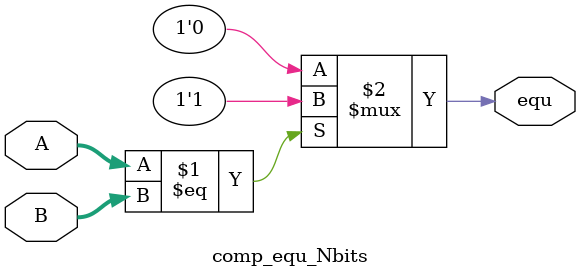
<source format=v>


module comp_equ_Nbits #(parameter N = 7) (
		input[N-1:0] 	A,
		input[N-1:0] 	B,
		output			equ
	);
    
    assign equ = (A == B) ? 1'b1 : 1'b0;   // <---  
   
endmodule
</source>
